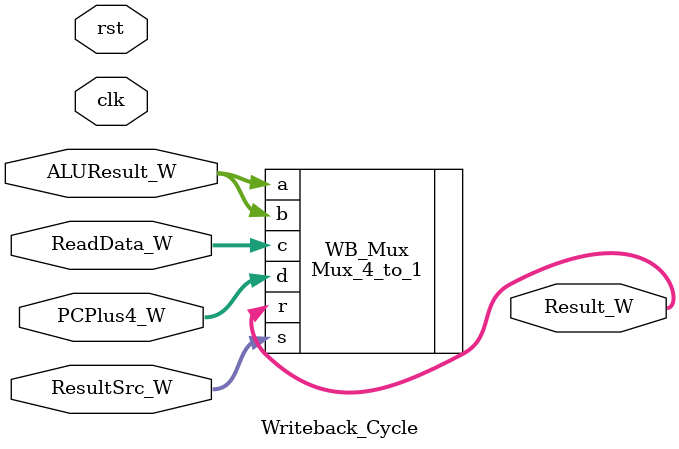
<source format=v>
module Writeback_Cycle(
input clk, rst,
input [1:0] ResultSrc_W,
input [31:0] ReadData_W, PCPlus4_W, ALUResult_W,
output [31:0] Result_W
    );
    
    
    //Module Instantiation
    Mux_4_to_1 WB_Mux(.a(ALUResult_W), 
                      .b(ALUResult_W), 
                      .c(ReadData_W), 
                      .d(PCPlus4_W),
                      .s(ResultSrc_W), 
                      .r(Result_W)
                      );
                      
                                                
endmodule

</source>
